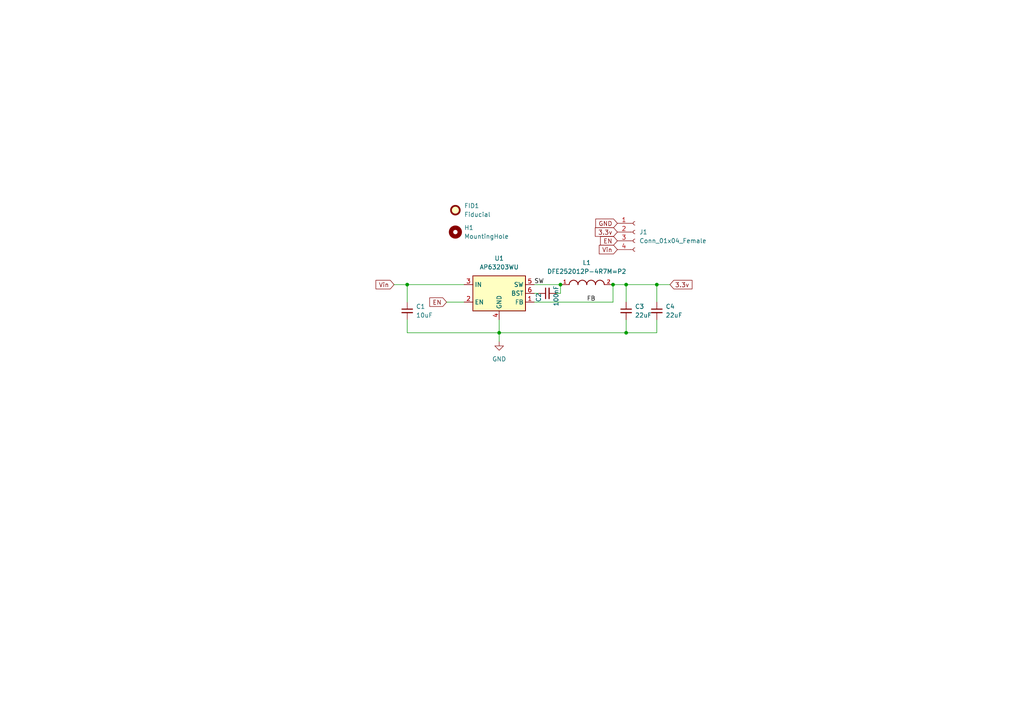
<source format=kicad_sch>
(kicad_sch (version 20230121) (generator eeschema)
  (paper "A4")
  (lib_symbols
    (symbol "Connector:Conn_01x04_Female" (pin_names (offset 1.016) hide)
      (property "Reference" "J" (at 0 5.08 0))
      (property "Value" "Conn_01x04_Female" (at 0 -7.62 0))
      (symbol "Conn_01x04_Female_1_1"
        (arc (start 0 -4.572) (mid -0.5058 -5.08) (end 0 -5.588) (stroke (width 0.1524)))
        (arc (start 0 -2.032) (mid -0.5058 -2.54) (end 0 -3.048) (stroke (width 0.1524)))
        (polyline (pts (xy -1.27 -5.08) (xy -0.508 -5.08)) (stroke (width 0.1524)))
        (polyline (pts (xy -1.27 -2.54) (xy -0.508 -2.54)) (stroke (width 0.1524)))
        (polyline (pts (xy -1.27 0) (xy -0.508 0)) (stroke (width 0.1524)))
        (polyline (pts (xy -1.27 2.54) (xy -0.508 2.54)) (stroke (width 0.1524)))
        (arc (start 0 0.508) (mid -0.5058 0) (end 0 -0.508) (stroke (width 0.1524)))
        (arc (start 0 3.048) (mid -0.5058 2.54) (end 0 2.032) (stroke (width 0.1524)))
        (pin passive line (at -5.08 2.54 0) (length 3.81) (name "Pin_1") (number "1"))
        (pin passive line (at -5.08 0 0) (length 3.81) (name "Pin_2") (number "2"))
        (pin passive line (at -5.08 -2.54 0) (length 3.81) (name "Pin_3") (number "3"))
        (pin passive line (at -5.08 -5.08 0) (length 3.81) (name "Pin_4") (number "4"))
      )
    )
    (symbol "Device:C_Small" (pin_numbers hide) (pin_names (offset 0.254) hide)
      (property "Reference" "C" (at 0.254 1.778 0))
      (property "Value" "C_Small" (at 0.254 -2.032 0))
      (symbol "C_Small_0_1"
        (polyline (pts (xy -1.524 -0.508) (xy 1.524 -0.508)) (stroke (width 0.3302)))
        (polyline (pts (xy -1.524 0.508) (xy 1.524 0.508)) (stroke (width 0.3048)))
      )
      (symbol "C_Small_1_1"
        (pin passive line (at 0 2.54 270) (length 2.032) (name "~") (number "1"))
        (pin passive line (at 0 -2.54 90) (length 2.032) (name "~") (number "2"))
      )
    )
    (symbol "Mechanical:Fiducial"
      (property "Reference" "FID" (at 0 5.08 0))
      (property "Value" "Fiducial" (at 0 3.175 0))
      (symbol "Fiducial_0_1"
        (circle (center 0 0) (radius 1.27) (stroke (width 0.508)) (fill (type background)))
      )
    )
    (symbol "Mechanical:MountingHole" (pin_names (offset 1.016))
      (property "Reference" "H" (at 0 5.08 0))
      (property "Value" "MountingHole" (at 0 3.175 0))
      (symbol "MountingHole_0_1"
        (circle (center 0 0) (radius 1.27) (stroke (width 1.27)))
      )
    )
    (symbol "Regulator_Switching:AP63203WU"
      (property "Reference" "U" (at -7.62 6.35 0))
      (property "Value" "AP63203WU" (at 2.54 6.35 0))
      (symbol "AP63203WU_0_1"
        (rectangle (start -7.62 5.08) (end 7.62 -5.08) (stroke (width 0.254)) (fill (type background)))
      )
      (symbol "AP63203WU_1_1"
        (pin input line (at 10.16 -2.54 180) (length 2.54) (name "FB") (number "1"))
        (pin input line (at -10.16 -2.54 0) (length 2.54) (name "EN") (number "2"))
        (pin power_in line (at -10.16 2.54 0) (length 2.54) (name "IN") (number "3"))
        (pin power_in line (at 0 -7.62 90) (length 2.54) (name "GND") (number "4"))
        (pin output line (at 10.16 2.54 180) (length 2.54) (name "SW") (number "5"))
        (pin passive line (at 10.16 0 180) (length 2.54) (name "BST") (number "6"))
      )
    )
    (symbol "SnapEDA-library:DFE252012P-4R7M=P2" (pin_names (offset 1.016))
      (property "Reference" "L" (at -7.62 5.08 0))
      (property "Value" "DFE252012P-4R7M=P2" (at -7.62 2.54 0))
      (symbol "DFE252012P-4R7M=P2_0_0"
        (arc (start -2.54 0) (mid -3.81 1.2645) (end -5.08 0) (stroke (width 0.254)))
        (arc (start 0 0) (mid -1.27 1.2645) (end -2.54 0) (stroke (width 0.254)))
        (arc (start 2.54 0) (mid 1.27 1.2645) (end 0 0) (stroke (width 0.254)))
        (arc (start 5.08 0) (mid 3.81 1.2645) (end 2.54 0) (stroke (width 0.254)))
        (pin passive line (at -7.62 0 0) (length 2.54) (name "~") (number "1"))
        (pin passive line (at 7.62 0 180) (length 2.54) (name "~") (number "2"))
      )
    )
    (symbol "power:GND" (power) (pin_names (offset 0))
      (property "Value" "GND" (at 0 -3.81 0))
      (symbol "GND_0_1"
        (polyline (pts (xy 0 0) (xy 0 -1.27) (xy 1.27 -1.27) (xy 0 -2.54) (xy -1.27 -1.27) (xy 0 -1.27)))
      )
      (symbol "GND_1_1"
        (pin power_in line (at 0 0 270) (length 0) hide (name "GND") (number "1"))
      )
    )
  )
  (junction (at 118.11 82.55))
  (junction (at 181.61 96.52))
  (junction (at 177.8 82.55))
  (junction (at 144.78 96.52))
  (junction (at 181.61 82.55))
  (junction (at 190.5 82.55))
  (junction (at 162.56 82.55))
  (wire (pts (xy 129.54 87.63) (xy 134.62 87.63)))
  (wire (pts (xy 118.11 82.55) (xy 134.62 82.55)))
  (wire (pts (xy 190.5 82.55) (xy 194.31 82.55)))
  (wire (pts (xy 190.5 82.55) (xy 190.5 87.63)))
  (wire (pts (xy 114.3 82.55) (xy 118.11 82.55)))
  (wire (pts (xy 118.11 96.52) (xy 144.78 96.52)))
  (wire (pts (xy 144.78 96.52) (xy 144.78 99.06)))
  (wire (pts (xy 181.61 96.52) (xy 181.61 92.71)))
  (wire (pts (xy 190.5 96.52) (xy 190.5 92.71)))
  (wire (pts (xy 154.94 82.55) (xy 162.56 82.55)))
  (wire (pts (xy 144.78 96.52) (xy 181.61 96.52)))
  (wire (pts (xy 144.78 96.52) (xy 144.78 92.71)))
  (wire (pts (xy 161.29 85.09) (xy 162.56 85.09)))
  (wire (pts (xy 177.8 82.55) (xy 177.8 87.63)))
  (wire (pts (xy 162.56 85.09) (xy 162.56 82.55)))
  (wire (pts (xy 154.94 85.09) (xy 156.21 85.09)))
  (wire (pts (xy 181.61 82.55) (xy 181.61 87.63)))
  (wire (pts (xy 118.11 82.55) (xy 118.11 87.63)))
  (wire (pts (xy 181.61 96.52) (xy 190.5 96.52)))
  (wire (pts (xy 118.11 92.71) (xy 118.11 96.52)))
  (wire (pts (xy 181.61 82.55) (xy 190.5 82.55)))
  (wire (pts (xy 154.94 87.63) (xy 177.8 87.63)))
  (wire (pts (xy 177.8 82.55) (xy 181.61 82.55)))
  (label "FB" (at 170.18 87.63 0))
  (label "SW" (at 154.94 82.55 0))
  (global_label "3.3v" (shape input) (at 179.07 67.31 180) (property "Intersheetrefs" "${INTERSHEET_REFS}" (effects hide)))
  (global_label "GND" (shape input) (at 179.07 64.77 180) (property "Intersheetrefs" "${INTERSHEET_REFS}" (effects hide)))
  (global_label "EN" (shape input) (at 129.54 87.63 180) (property "Intersheetrefs" "${INTERSHEET_REFS}" (effects hide)))
  (global_label "EN" (shape input) (at 179.07 69.85 180) (property "Intersheetrefs" "${INTERSHEET_REFS}" (effects hide)))
  (global_label "3.3v" (shape input) (at 194.31 82.55 0) (property "Intersheetrefs" "${INTERSHEET_REFS}" (effects hide)))
  (global_label "Vin" (shape input) (at 179.07 72.39 180) (property "Intersheetrefs" "${INTERSHEET_REFS}" (effects hide)))
  (global_label "Vin" (shape input) (at 114.3 82.55 180) (property "Intersheetrefs" "${INTERSHEET_REFS}" (effects hide)))
  (symbol (lib_id "Device:C_Small") (at 158.75 85.09 90) (unit 1)
    (property "Reference" "C2" (at 156.21 87.63 0) (effects (justify left)))
    (property "Value" "100nF" (at 161.29 88.9 0) (effects (justify left)))
    (property "Footprint" "Capacitor_SMD:C_0603_1608Metric" (effects hide))
    (property "Datasheet" "Murata GCJ188R71H104KA12D" (effects hide))
  )
  (symbol (lib_id "Mechanical:MountingHole") (at 132.08 67.31 0) (unit 1)
    (property "Reference" "H1" (at 134.62 66.0399 0) (effects (justify left)))
    (property "Value" "MountingHole" (at 134.62 68.5799 0) (effects (justify left)))
    (property "Footprint" "MountingHole:MountingHole_3.2mm_M3_ISO7380" (effects hide))
  )
  (symbol (lib_id "Device:C_Small") (at 181.61 90.17 0) (unit 1)
    (property "Reference" "C3" (at 184.15 88.9062 0) (effects (justify left)))
    (property "Value" "22uF" (at 184.15 91.4462 0) (effects (justify left)))
    (property "Footprint" "Capacitor_SMD:C_0603_1608Metric" (effects hide))
    (property "Datasheet" "GRM188R61A226ME15J" (effects hide))
  )
  (symbol (lib_id "Regulator_Switching:AP63203WU") (at 144.78 85.09 0) (unit 1)
    (property "Reference" "U1" (at 144.78 74.93 0))
    (property "Value" "AP63203WU" (at 144.78 77.47 0))
    (property "Footprint" "Package_TO_SOT_SMD:TSOT-23-6" (effects hide))
    (property "Datasheet" "https://www.diodes.com/assets/Datasheets/AP63200-AP63201-AP63203-AP63205.pdf" (effects hide))
  )
  (symbol (lib_id "power:GND") (at 144.78 99.06 0) (unit 1)
    (property "Reference" "#PWR0101" (effects hide))
    (property "Value" "GND" (at 144.78 104.14 0))
  )
  (symbol (lib_id "Device:C_Small") (at 118.11 90.17 0) (unit 1)
    (property "Reference" "C1" (at 120.65 88.9062 0) (effects (justify left)))
    (property "Value" "10uF" (at 120.65 91.4462 0) (effects (justify left)))
    (property "Footprint" "Capacitor_SMD:C_0805_2012Metric" (effects hide))
    (property "Datasheet" "GRM21BR61H106KE43L" (effects hide))
  )
  (symbol (lib_id "SnapEDA-library:DFE252012P-4R7M=P2") (at 170.18 82.55 0) (unit 1)
    (property "Reference" "L1" (at 170.18 76.2 0))
    (property "Value" "DFE252012P-4R7M=P2" (at 170.18 78.74 0))
    (property "Footprint" "INDC2520X120N" (effects hide))
  )
  (symbol (lib_id "Device:C_Small") (at 190.5 90.17 0) (unit 1)
    (property "Reference" "C4" (at 193.04 88.9062 0) (effects (justify left)))
    (property "Value" "22uF" (at 193.04 91.4462 0) (effects (justify left)))
    (property "Footprint" "Capacitor_SMD:C_0603_1608Metric" (effects hide))
    (property "Datasheet" "GRM188R61A226ME15J" (effects hide))
  )
  (symbol (lib_id "Connector:Conn_01x04_Female") (at 184.15 67.31 0) (unit 1)
    (property "Reference" "J1" (at 185.42 67.3099 0) (effects (justify left)))
    (property "Value" "Conn_01x04_Female" (at 185.42 69.8499 0) (effects (justify left)))
    (property "Footprint" "Connector_PinHeader_2.54mm:PinHeader_1x04_P2.54mm_Vertical" (effects hide))
  )
  (symbol (lib_id "Mechanical:Fiducial") (at 132.08 60.96 0) (unit 1)
    (property "Reference" "FID1" (at 134.62 59.69 0) (effects (justify left)))
    (property "Value" "Fiducial" (at 134.62 62.23 0) (effects (justify left)))
    (property "Footprint" "Fiducial:Fiducial_0.5mm_Mask1.5mm" (effects hide))
  )
)
</source>
